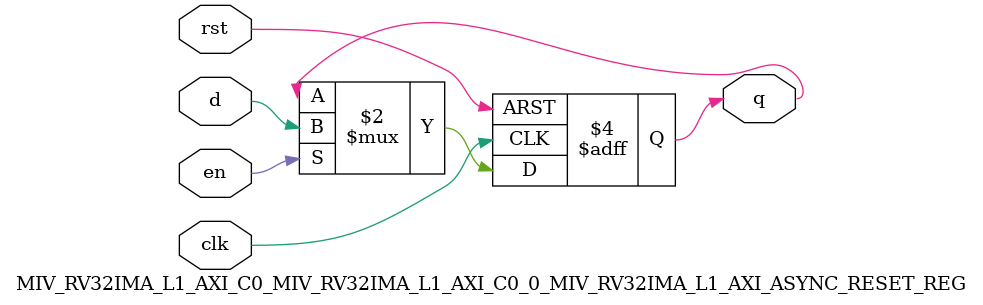
<source format=v>
`ifndef RANDOMIZE_REG_INIT 
	 `define RANDOMIZE_REG_INIT 
 `endif
`ifndef RANDOMIZE_MEM_INIT 
	 `define RANDOMIZE_MEM_INIT 
 `endif
`ifndef RANDOMIZE 
	 `define RANDOMIZE 
`endif

`timescale 1ns/10ps
module MIV_RV32IMA_L1_AXI_C0_MIV_RV32IMA_L1_AXI_C0_0_MIV_RV32IMA_L1_AXI_ASYNC_RESET_REG (
                      input      d,
                      output reg q,
                      input      en,

                      input      clk,
                      input      rst);
   
   always @(posedge clk or posedge rst) begin

      if (rst) begin
         q <= 1'b0;
      end else if (en) begin
         q <= d;
      end
   end
   

endmodule // MIV_RV32IMA_L1_AXI_ASYNC_RESET_REG

</source>
